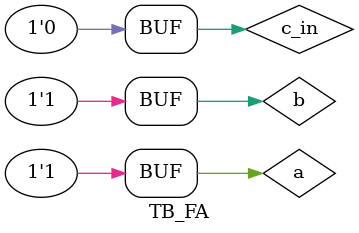
<source format=v>


module Half_adder(s,c,a,b);
input a,b;
output s,c;
xor ( s,a,b);
and( c,a,b);
endmodule

///////////////

module Full_adder(S,Co,A,B,Ci);
input A,B,Ci;
output S,Co;
wire w1,w2,w3;

Half_adder h1(w1,w2,A,B);
Half_adder h2(S,w3,w1,Ci);
or(Co,w2,w3);

endmodule

//////// TB ////////

module TB_FA();
reg a,b,c_in;
wire s,c_out;
Full_adder F1(s,c_out,a,b,c_in);

initial
begin
a=1'b0;b=1'b0;c_in=1'b0;

#100
a=1'b1;b=1'b1;c_in=1'b0;

#100
a=1'b0;b=1'b1;c_in=1'b1;

#100
a=1'b1;b=1'b1;c_in=1'b0;

end
endmodule











</source>
